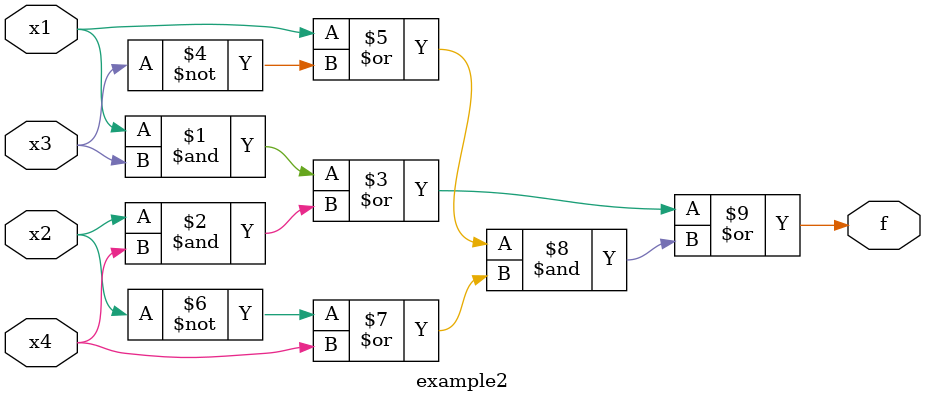
<source format=v>
module example2 (x1,x2,x3,x4,f);
input x1,x2,x3,x4;
output f;
assign f = (((x1 & x3) | (x2 & x4)) | ((x1 | ~x3) & (~x2 | x4)));
endmodule 



</source>
